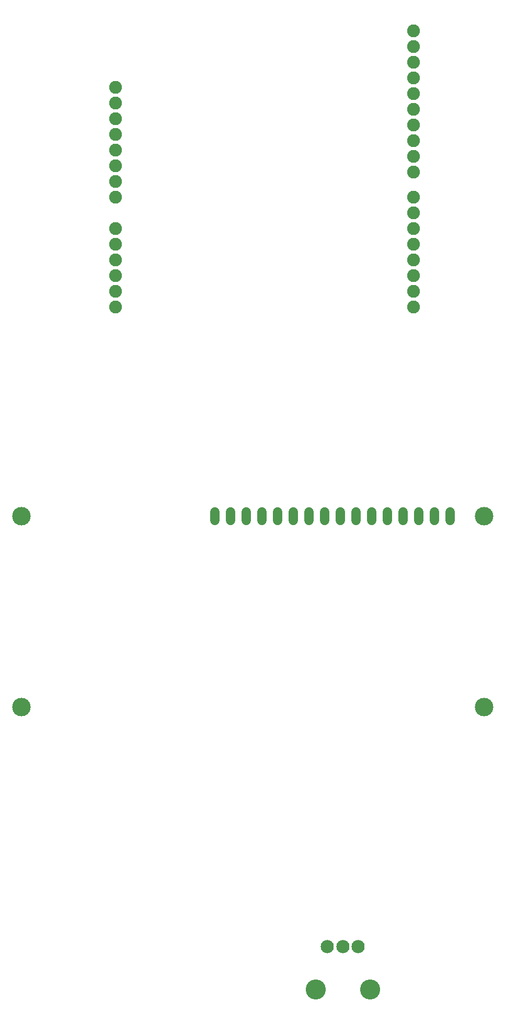
<source format=gbr>
G04 EAGLE Gerber RS-274X export*
G75*
%MOMM*%
%FSLAX34Y34*%
%LPD*%
%INSoldermask Bottom*%
%IPPOS*%
%AMOC8*
5,1,8,0,0,1.08239X$1,22.5*%
G01*
%ADD10C,2.082800*%
%ADD11C,1.511200*%
%ADD12C,3.003200*%
%ADD13C,3.251200*%
%ADD14C,2.133600*%


D10*
X-215900Y482600D03*
X-215900Y457200D03*
X-215900Y431800D03*
X-215900Y406400D03*
X-215900Y381000D03*
X-215900Y355600D03*
X-215900Y304800D03*
X-215900Y279400D03*
X-215900Y254000D03*
X-215900Y228600D03*
X-215900Y203200D03*
X-215900Y177800D03*
X266700Y177800D03*
X266700Y203200D03*
X266700Y228600D03*
X266700Y254000D03*
X266700Y279400D03*
X266700Y304800D03*
X266700Y330200D03*
X266700Y355600D03*
X266700Y396240D03*
X266700Y421640D03*
X266700Y447040D03*
X266700Y472440D03*
X266700Y497840D03*
X266700Y523240D03*
X266700Y548640D03*
X266700Y574040D03*
X266700Y599440D03*
X266700Y624840D03*
X-215900Y508000D03*
X-215900Y533400D03*
D11*
X326400Y-154160D02*
X326400Y-167240D01*
X301000Y-167240D02*
X301000Y-154160D01*
X275600Y-154160D02*
X275600Y-167240D01*
X250200Y-167240D02*
X250200Y-154160D01*
X224800Y-154160D02*
X224800Y-167240D01*
X199400Y-167240D02*
X199400Y-154160D01*
X174000Y-154160D02*
X174000Y-167240D01*
X148600Y-167240D02*
X148600Y-154160D01*
X123200Y-154160D02*
X123200Y-167240D01*
X97800Y-167240D02*
X97800Y-154160D01*
X72400Y-154160D02*
X72400Y-167240D01*
X47000Y-167240D02*
X47000Y-154160D01*
X21600Y-154160D02*
X21600Y-167240D01*
X-3800Y-167240D02*
X-3800Y-154160D01*
X-29200Y-154160D02*
X-29200Y-167240D01*
X-54600Y-167240D02*
X-54600Y-154160D01*
D12*
X381000Y-469900D03*
X381000Y-160700D03*
X-368200Y-160700D03*
X-368200Y-469900D03*
D13*
X196400Y-927100D03*
D14*
X127400Y-857100D03*
X152400Y-857100D03*
X177400Y-857100D03*
D13*
X108400Y-927100D03*
M02*

</source>
